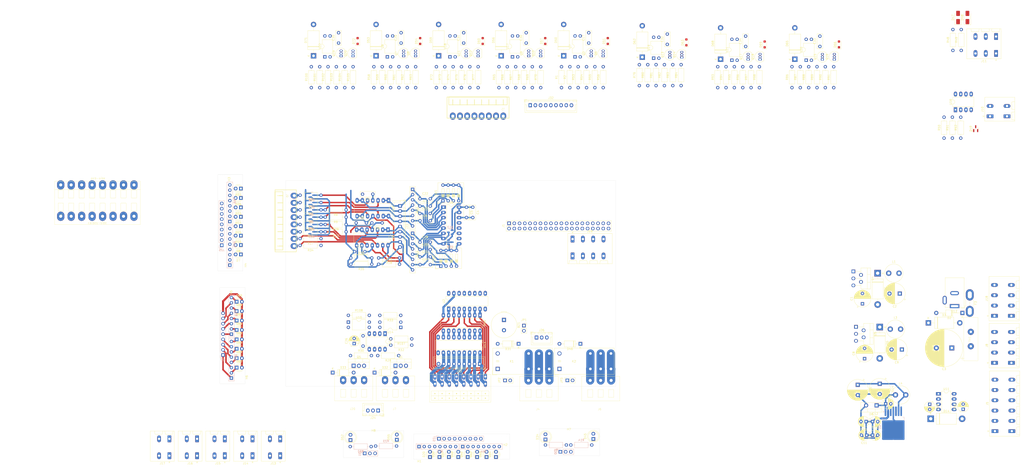
<source format=kicad_pcb>
(kicad_pcb
	(version 20240108)
	(generator "pcbnew")
	(generator_version "8.0")
	(general
		(thickness 1.6)
		(legacy_teardrops no)
	)
	(paper "A4")
	(layers
		(0 "F.Cu" signal)
		(31 "B.Cu" signal)
		(32 "B.Adhes" user "B.Adhesive")
		(33 "F.Adhes" user "F.Adhesive")
		(34 "B.Paste" user)
		(35 "F.Paste" user)
		(36 "B.SilkS" user "B.Silkscreen")
		(37 "F.SilkS" user "F.Silkscreen")
		(38 "B.Mask" user)
		(39 "F.Mask" user)
		(40 "Dwgs.User" user "User.Drawings")
		(41 "Cmts.User" user "User.Comments")
		(42 "Eco1.User" user "User.Eco1")
		(43 "Eco2.User" user "User.Eco2")
		(44 "Edge.Cuts" user)
		(45 "Margin" user)
		(46 "B.CrtYd" user "B.Courtyard")
		(47 "F.CrtYd" user "F.Courtyard")
		(48 "B.Fab" user)
		(49 "F.Fab" user)
		(50 "User.1" user)
		(51 "User.2" user)
		(52 "User.3" user)
		(53 "User.4" user)
		(54 "User.5" user)
		(55 "User.6" user)
		(56 "User.7" user)
		(57 "User.8" user)
		(58 "User.9" user)
	)
	(setup
		(pad_to_mask_clearance 0)
		(allow_soldermask_bridges_in_footprints no)
		(pcbplotparams
			(layerselection 0x00010fc_ffffffff)
			(plot_on_all_layers_selection 0x0000000_00000000)
			(disableapertmacros no)
			(usegerberextensions no)
			(usegerberattributes yes)
			(usegerberadvancedattributes yes)
			(creategerberjobfile yes)
			(dashed_line_dash_ratio 12.000000)
			(dashed_line_gap_ratio 3.000000)
			(svgprecision 4)
			(plotframeref no)
			(viasonmask no)
			(mode 1)
			(useauxorigin no)
			(hpglpennumber 1)
			(hpglpenspeed 20)
			(hpglpendiameter 15.000000)
			(pdf_front_fp_property_popups yes)
			(pdf_back_fp_property_popups yes)
			(dxfpolygonmode yes)
			(dxfimperialunits yes)
			(dxfusepcbnewfont yes)
			(psnegative no)
			(psa4output no)
			(plotreference yes)
			(plotvalue yes)
			(plotfptext yes)
			(plotinvisibletext no)
			(sketchpadsonfab no)
			(subtractmaskfromsilk no)
			(outputformat 1)
			(mirror no)
			(drillshape 1)
			(scaleselection 1)
			(outputdirectory "")
		)
	)
	(net 0 "")
	(net 1 "+5V")
	(net 2 "/Buzzer")
	(net 3 "+24V filtered")
	(net 4 "GND")
	(net 5 "+3V3")
	(net 6 "/ADC_CH3")
	(net 7 "/ADC_CH1")
	(net 8 "+12V")
	(net 9 "Net-(D6-K)")
	(net 10 "Net-(U1-BOOT)")
	(net 11 "/Dig-IN_1")
	(net 12 "Net-(U11-CAP+)")
	(net 13 "Net-(D14-K)")
	(net 14 "-5V")
	(net 15 "/ADC_CH5")
	(net 16 "/ADC_CH6")
	(net 17 "/ADC_CH0")
	(net 18 "/ADC_CH2")
	(net 19 "/ADC_CH7")
	(net 20 "/ADC_CH4")
	(net 21 "/Dig-IN_2")
	(net 22 "/Dig-IN_3")
	(net 23 "/Dig-IN_4")
	(net 24 "/Dig-IN_5")
	(net 25 "/Dig-IN_6")
	(net 26 "/Dig-IN_7")
	(net 27 "/Dig-IN_8")
	(net 28 "Net-(D1-K)")
	(net 29 "Net-(D2-K)")
	(net 30 "Net-(D5-K)")
	(net 31 "OUT_Digital_1_open-drain")
	(net 32 "Net-(U3C-+)")
	(net 33 "Net-(U3D-+)")
	(net 34 "IN_Analog_6 (0-20mA)")
	(net 35 "IN_Analog_7 (0-20mA)")
	(net 36 "Net-(U9B-+)")
	(net 37 "/OUT_PWM_1_diode")
	(net 38 "/OUT_PWM_2_diode")
	(net 39 "Net-(D34-A)")
	(net 40 "Net-(U9A-+)")
	(net 41 "OUT_Digital_2_open-drain")
	(net 42 "OUT_Digital_3_open-drain")
	(net 43 "OUT_Digital_4_open-drain")
	(net 44 "OUT_Digital_5_open-drain")
	(net 45 "Net-(U3A-+)")
	(net 46 "I2C_SDA")
	(net 47 "RS485_B")
	(net 48 "RS485_A")
	(net 49 "Net-(D50-A1)")
	(net 50 "Net-(D51-A)")
	(net 51 "Net-(D53-A1)")
	(net 52 "Net-(D54-A)")
	(net 53 "Net-(D56-A1)")
	(net 54 "Net-(D57-A)")
	(net 55 "Net-(D59-A1)")
	(net 56 "Net-(D60-A)")
	(net 57 "Net-(D62-A1)")
	(net 58 "Net-(D63-A)")
	(net 59 "Net-(D65-A1)")
	(net 60 "Net-(D66-A)")
	(net 61 "Net-(D68-A1)")
	(net 62 "Net-(D69-A)")
	(net 63 "Net-(D71-A1)")
	(net 64 "Net-(D72-A)")
	(net 65 "+BATT")
	(net 66 "unconnected-(J1-ID_SD{slash}GPIO0-Pad27)")
	(net 67 "/SPI_CE0_ADC")
	(net 68 "Net-(J1-3V3-Pad1)")
	(net 69 "/SPI0_miso_ADC")
	(net 70 "/UART_DIR-T")
	(net 71 "/SPI0_mosi_ADC")
	(net 72 "/SPI0_sclk_ADC")
	(net 73 "/UART_TX")
	(net 74 "/SPI1_miso_FREE")
	(net 75 "/SR-OUT_latch")
	(net 76 "/SPI1_mosi_FREE")
	(net 77 "/SR-OUT_clock")
	(net 78 "/SR-OUT_data")
	(net 79 "unconnected-(J1-ID_SC{slash}GPIO1-Pad28)")
	(net 80 "/SPI1_CE_FREE")
	(net 81 "/UART_RX")
	(net 82 "/OUT_PWM_2")
	(net 83 "/SPI1_sclk_FREE")
	(net 84 "/OUT_PWM_1")
	(net 85 "IN_Digital_8")
	(net 86 "IN_Digital_5")
	(net 87 "IN_Digital_2")
	(net 88 "IN_Digital_3")
	(net 89 "IN_Digital_4")
	(net 90 "IN_Digital_6")
	(net 91 "IN_Digital_7")
	(net 92 "IN_Digital_1")
	(net 93 "OUT_Digital_8")
	(net 94 "OUT_Digital_7_open-drain")
	(net 95 "OUT_Digital_2")
	(net 96 "OUT_Digital_4")
	(net 97 "OUT_Digital_5")
	(net 98 "OUT_Digital_6")
	(net 99 "OUT_Digital_3")
	(net 100 "OUT_Digital_7")
	(net 101 "OUT_Digital_8_open-drain")
	(net 102 "OUT_Digital_1")
	(net 103 "OUT_Digital_6_open-drain")
	(net 104 "Net-(J4-Pin_1)")
	(net 105 "Net-(J4-Pin_2)")
	(net 106 "Net-(J4-Pin_3)")
	(net 107 "OUT_Digital_COM_open-drain")
	(net 108 "Net-(J6-Pin_1)")
	(net 109 "Net-(J6-Pin_3)")
	(net 110 "Net-(J6-Pin_2)")
	(net 111 "IN_Analog_1 (0-3.3V)")
	(net 112 "IN_Analog_5 (0-24V)")
	(net 113 "IN_Analog_4 (0-12V)")
	(net 114 "IN_Analog_2 (0-5V)")
	(net 115 "IN_Analog_0 (0-3.3V)")
	(net 116 "IN_Analog_3 (0-5V)")
	(net 117 "Net-(Q1-G)")
	(net 118 "Net-(Q2-G)")
	(net 119 "Net-(Q2-D)")
	(net 120 "Net-(Q5-G)")
	(net 121 "Net-(Q6-G)")
	(net 122 "Net-(Q7-G)")
	(net 123 "Net-(Q7-D)")
	(net 124 "Net-(Q8-G)")
	(net 125 "Net-(Q9-G)")
	(net 126 "Net-(Q9-D)")
	(net 127 "Net-(Q10-G)")
	(net 128 "Net-(Q11-D)")
	(net 129 "Net-(Q11-G)")
	(net 130 "Net-(Q12-G)")
	(net 131 "Net-(Q13-G)")
	(net 132 "Net-(Q13-D)")
	(net 133 "Net-(Q14-G)")
	(net 134 "Net-(Q15-D)")
	(net 135 "Net-(Q15-G)")
	(net 136 "Net-(Q16-G)")
	(net 137 "Net-(Q17-G)")
	(net 138 "Net-(Q17-D)")
	(net 139 "Net-(Q18-G)")
	(net 140 "Net-(Q19-D)")
	(net 141 "Net-(Q19-G)")
	(net 142 "Net-(Q20-G)")
	(net 143 "Net-(R2-Pad2)")
	(net 144 "Net-(U9C--)")
	(net 145 "Net-(U12-~{OUTA})")
	(net 146 "Net-(U12-~{OUTB})")
	(net 147 "Net-(U12-INB)")
	(net 148 "Net-(R33-Pad1)")
	(net 149 "Net-(U9D--)")
	(net 150 "Net-(R59-Pad2)")
	(net 151 "Net-(R66-Pad2)")
	(net 152 "Net-(R73-Pad2)")
	(net 153 "Net-(R80-Pad2)")
	(net 154 "Net-(R87-Pad2)")
	(net 155 "Net-(R94-Pad2)")
	(net 156 "Net-(R101-Pad2)")
	(net 157 "Net-(U12-INA)")
	(net 158 "Net-(R108-Pad1)")
	(net 159 "unconnected-(U1-EN-Pad7)")
	(net 160 "unconnected-(U1-NC-Pad5)")
	(net 161 "unconnected-(U2-QH'-Pad9)")
	(net 162 "unconnected-(U11-OSC-Pad7)")
	(net 163 "unconnected-(U11-NC-Pad1)")
	(net 164 "unconnected-(U12-NC-Pad8)")
	(net 165 "unconnected-(U12-NC-Pad1)")
	(net 166 "Net-(U3B-+)")
	(net 167 "Net-(D45-K)")
	(net 168 "unconnected-(J3-Pin_13-Pad13)")
	(net 169 "unconnected-(J3-Pin_1-Pad1)")
	(net 170 "unconnected-(J3-Pin_3-Pad3)")
	(net 171 "unconnected-(J3-Pin_8-Pad8)")
	(net 172 "unconnected-(J3-Pin_15-Pad15)")
	(net 173 "unconnected-(J3-Pin_11-Pad11)")
	(net 174 "unconnected-(J3-Pin_5-Pad5)")
	(net 175 "unconnected-(J3-Pin_14-Pad14)")
	(net 176 "unconnected-(J3-Pin_10-Pad10)")
	(net 177 "unconnected-(J3-Pin_4-Pad4)")
	(net 178 "unconnected-(J3-Pin_6-Pad6)")
	(net 179 "unconnected-(J3-Pin_7-Pad7)")
	(net 180 "unconnected-(J3-Pin_16-Pad16)")
	(net 181 "unconnected-(J3-Pin_9-Pad9)")
	(net 182 "unconnected-(J3-Pin_2-Pad2)")
	(net 183 "unconnected-(J3-Pin_12-Pad12)")
	(net 184 "/LED_analog-CH6")
	(net 185 "/LED_analog-CH2")
	(net 186 "/LED_analog-CH7")
	(net 187 "/LED_analog-CH5")
	(net 188 "/LED_analog-CH0")
	(net 189 "/LED_analog-CH1")
	(net 190 "/LED_analog-CH3")
	(net 191 "/LED_analog-CH4")
	(net 192 "Net-(D10-K)")
	(net 193 "Net-(D7-A)")
	(net 194 "Net-(D8-A)")
	(net 195 "Net-(D10-A)")
	(net 196 "Net-(D15-A)")
	(net 197 "Net-(D17-A)")
	(net 198 "Net-(D23-A)")
	(net 199 "Net-(D26-A)")
	(net 200 "Net-(D27-A)")
	(net 201 "Net-(D82-K)")
	(net 202 "Net-(D82-A)")
	(net 203 "Net-(D83-K)")
	(net 204 "Net-(D84-K)")
	(net 205 "Net-(D85-K)")
	(net 206 "Net-(D86-K)")
	(net 207 "Net-(D87-K)")
	(net 208 "Net-(D88-K)")
	(net 209 "Net-(D89-K)")
	(net 210 "Net-(J25-Pin_8)")
	(net 211 "Net-(J25-Pin_5)")
	(net 212 "Net-(J25-Pin_7)")
	(net 213 "Net-(J25-Pin_2)")
	(net 214 "Net-(J25-Pin_6)")
	(net 215 "Net-(J25-Pin_1)")
	(net 216 "Net-(J25-Pin_4)")
	(net 217 "Net-(J25-Pin_3)")
	(net 218 "Net-(J27-Pin_4)")
	(net 219 "Net-(J27-Pin_8)")
	(net 220 "Net-(J27-Pin_1)")
	(net 221 "Net-(J27-Pin_5)")
	(net 222 "Net-(J27-Pin_6)")
	(net 223 "Net-(J27-Pin_7)")
	(net 224 "Net-(J27-Pin_3)")
	(net 225 "Net-(J27-Pin_2)")
	(net 226 "Net-(D20-A)")
	(net 227 "Net-(D20-K)")
	(net 228 "Net-(D30-K)")
	(net 229 "Net-(D37-K)")
	(net 230 "Net-(D40-K)")
	(net 231 "Net-(D41-K)")
	(net 232 "Net-(D42-K)")
	(net 233 "Net-(D43-K)")
	(net 234 "Net-(D44-K)")
	(net 235 "/LED_digital-out_2")
	(net 236 "/LED_digital-out_8")
	(net 237 "/LED_digital-out_6")
	(net 238 "/LED_digital-out_5")
	(net 239 "/LED_digital-out_4")
	(net 240 "/LED_digital-out_7")
	(net 241 "/LED_digital-out_1")
	(net 242 "/LED_digital-out_3")
	(net 243 "Net-(J23-Pin_1)")
	(net 244 "Net-(J23-Pin_5)")
	(net 245 "Net-(J23-Pin_3)")
	(net 246 "Net-(J23-Pin_2)")
	(net 247 "Net-(J23-Pin_8)")
	(net 248 "Net-(J23-Pin_7)")
	(net 249 "Net-(J23-Pin_4)")
	(net 250 "Net-(J23-Pin_6)")
	(net 251 "/LED_relay-1")
	(net 252 "/LED_PWM-1")
	(net 253 "/LED_PWM-2")
	(net 254 "Net-(D34-K)")
	(net 255 "/LED_relay-2")
	(net 256 "Net-(D52-K)")
	(net 257 "Net-(D52-A)")
	(net 258 "Net-(D55-K)")
	(net 259 "Net-(J30-Pin_3)")
	(net 260 "Net-(J30-Pin_2)")
	(net 261 "Net-(J31-Pin_3)")
	(net 262 "Net-(J31-Pin_2)")
	(net 263 "Net-(RN9-R2.2)")
	(net 264 "Net-(RN9-R8.2)")
	(net 265 "Net-(RN9-R7.2)")
	(net 266 "Net-(RN9-R5.2)")
	(net 267 "Net-(RN9-R1.2)")
	(net 268 "Net-(RN9-R6.2)")
	(net 269 "Net-(RN9-R3.2)")
	(net 270 "Net-(RN9-R4.2)")
	(net 271 "/DIP_EN-Filter-ADC3")
	(net 272 "/DIP_EN-Filter-ADC1")
	(net 273 "/DIP_EN-Filter-ADC5")
	(net 274 "/DIP_EN-Filter-ADC6")
	(net 275 "/DIP_EN-Filter-ADC0")
	(net 276 "/DIP_EN-Filter-ADC2")
	(net 277 "/DIP_EN-Filter-ADC7")
	(net 278 "/DIP_EN-Filter-ADC4")
	(footprint "Capacitor_THT:CP_Radial_D10.0mm_P5.00mm" (layer "F.Cu") (at 337.190477 124.3076 180))
	(footprint "Resistor_THT:R_Axial_DIN0207_L6.3mm_D2.5mm_P10.16mm_Horizontal" (layer "F.Cu") (at 226 -3.92 90))
	(footprint "Connector_JST:JST_XH_B9B-XH-A_1x09_P2.50mm_Vertical" (layer "F.Cu") (at 156.8272 5.6218))
	(footprint "Resistor_THT:R_Axial_DIN0207_L6.3mm_D2.5mm_P10.16mm_Horizontal" (layer "F.Cu") (at 357.655 21.6 90))
	(footprint "Button_Switch_THT:SW_DIP_SPSTx04_Slide_9.78x12.34mm_W7.62mm_P2.54mm" (layer "F.Cu") (at 114.464773 52.0495 90))
	(footprint "Package_TO_SOT_THT:TO-92_Inline" (layer "F.Cu") (at 192.23 -18.29 90))
	(footprint "Package_DIP:DIP-4_W10.16mm" (layer "F.Cu") (at 68.58 110.998))
	(footprint "Connector_PinSocket_2.54mm:PinSocket_1x02_P2.54mm_Vertical" (layer "F.Cu") (at 153.761 112.669))
	(footprint "Capacitor_THT:CP_Radial_D5.0mm_P2.50mm" (layer "F.Cu") (at 71.374 121.412 90))
	(footprint "Relay_THT:Relay_SPDT_Omron_G2RL-1-E" (layer "F.Cu") (at 141.036 133.731 90))
	(footprint "Resistor_THT:R_Axial_DIN0207_L6.3mm_D2.5mm_P10.16mm_Horizontal" (layer "F.Cu") (at 55.289773 73.722 180))
	(footprint "LED_THT:LED_D3.0mm_IRGrey" (layer "F.Cu") (at 14.346 119.38))
	(footprint "Resistor_THT:R_Axial_DIN0207_L6.3mm_D2.5mm_P10.16mm_Horizontal" (layer "F.Cu") (at 115.35 -2.92 90))
	(footprint "LED_THT:LED_D3.0mm_IRGrey" (layer "F.Cu") (at 16.388 46.111 180))
	(footprint "Capacitor_THT:CP_Radial_D8.0mm_P5.00mm" (layer "F.Cu") (at 318.0588 102.072251 90))
	(footprint "Diode_THT:D_DO-201AD_P15.24mm_Horizontal"
		(layer "F.Cu")
		(uuid "08d5d0f6-dc01-4c95-a379-5cf935c48c56")
		(at 326.4408 113.3856 -90)
		(descr "Diode, DO-201AD series, Axial, Horizontal, pin pitch=15.24mm, , length*diameter=9.5*5.2mm^2, , http://www.diodes.com/_files/packages/DO-201AD.pdf")
		(tags "Diode DO-201AD series Axial Horizontal pin pitch 15.24mm  length 9.5mm diameter 5.2mm")
		(property "Reference" "D5"
			(at 7.62 -3.72 90)
			(layer "F.SilkS")
			(uuid "3806709a-834c-4375-b81a-afca8423e817")
			(effects
				(font
					(size 1 1)
					(thickness 0.15)
				)
			)
		)
		(property "Value" "1N5822"
			(at 7.62 3.72 90)
			(layer "F.Fab")
			(uuid "849d0f34-50b1-4875-99fa-6d164422be88")
			(effects
				(font
					(size 1 1)
					(thickness 0.15)
				)
		
... [1957561 chars truncated]
</source>
